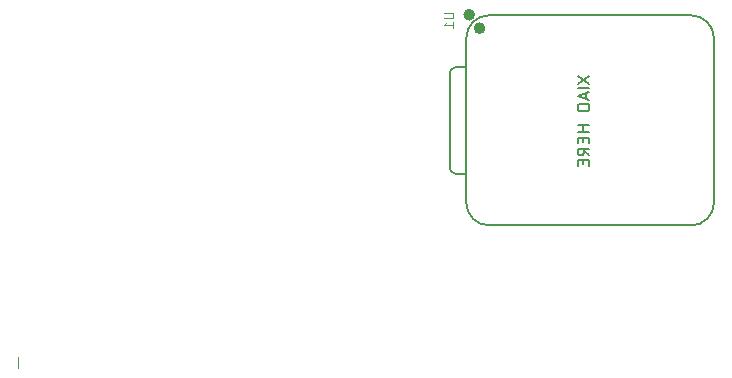
<source format=gbr>
%TF.GenerationSoftware,KiCad,Pcbnew,9.0.2*%
%TF.CreationDate,2025-05-28T17:01:59+05:30*%
%TF.ProjectId,linus_ide_toolbar,6c696e75-735f-4696-9465-5f746f6f6c62,rev?*%
%TF.SameCoordinates,Original*%
%TF.FileFunction,Legend,Bot*%
%TF.FilePolarity,Positive*%
%FSLAX46Y46*%
G04 Gerber Fmt 4.6, Leading zero omitted, Abs format (unit mm)*
G04 Created by KiCad (PCBNEW 9.0.2) date 2025-05-28 17:01:59*
%MOMM*%
%LPD*%
G01*
G04 APERTURE LIST*
%ADD10C,0.100000*%
%ADD11C,0.150000*%
%ADD12C,0.101600*%
%ADD13C,0.127000*%
%ADD14C,0.504000*%
G04 APERTURE END LIST*
D10*
X108500000Y-111000000D02*
X108500000Y-112000000D01*
D11*
X155869819Y-87241541D02*
X156869819Y-87908207D01*
X155869819Y-87908207D02*
X156869819Y-87241541D01*
X156869819Y-88289160D02*
X155869819Y-88289160D01*
X156584104Y-88717731D02*
X156584104Y-89193921D01*
X156869819Y-88622493D02*
X155869819Y-88955826D01*
X155869819Y-88955826D02*
X156869819Y-89289159D01*
X155869819Y-89812969D02*
X155869819Y-90003445D01*
X155869819Y-90003445D02*
X155917438Y-90098683D01*
X155917438Y-90098683D02*
X156012676Y-90193921D01*
X156012676Y-90193921D02*
X156203152Y-90241540D01*
X156203152Y-90241540D02*
X156536485Y-90241540D01*
X156536485Y-90241540D02*
X156726961Y-90193921D01*
X156726961Y-90193921D02*
X156822200Y-90098683D01*
X156822200Y-90098683D02*
X156869819Y-90003445D01*
X156869819Y-90003445D02*
X156869819Y-89812969D01*
X156869819Y-89812969D02*
X156822200Y-89717731D01*
X156822200Y-89717731D02*
X156726961Y-89622493D01*
X156726961Y-89622493D02*
X156536485Y-89574874D01*
X156536485Y-89574874D02*
X156203152Y-89574874D01*
X156203152Y-89574874D02*
X156012676Y-89622493D01*
X156012676Y-89622493D02*
X155917438Y-89717731D01*
X155917438Y-89717731D02*
X155869819Y-89812969D01*
X156869819Y-91432017D02*
X155869819Y-91432017D01*
X156346009Y-91432017D02*
X156346009Y-92003445D01*
X156869819Y-92003445D02*
X155869819Y-92003445D01*
X156346009Y-92479636D02*
X156346009Y-92812969D01*
X156869819Y-92955826D02*
X156869819Y-92479636D01*
X156869819Y-92479636D02*
X155869819Y-92479636D01*
X155869819Y-92479636D02*
X155869819Y-92955826D01*
X156869819Y-93955826D02*
X156393628Y-93622493D01*
X156869819Y-93384398D02*
X155869819Y-93384398D01*
X155869819Y-93384398D02*
X155869819Y-93765350D01*
X155869819Y-93765350D02*
X155917438Y-93860588D01*
X155917438Y-93860588D02*
X155965057Y-93908207D01*
X155965057Y-93908207D02*
X156060295Y-93955826D01*
X156060295Y-93955826D02*
X156203152Y-93955826D01*
X156203152Y-93955826D02*
X156298390Y-93908207D01*
X156298390Y-93908207D02*
X156346009Y-93860588D01*
X156346009Y-93860588D02*
X156393628Y-93765350D01*
X156393628Y-93765350D02*
X156393628Y-93384398D01*
X156346009Y-94384398D02*
X156346009Y-94717731D01*
X156869819Y-94860588D02*
X156869819Y-94384398D01*
X156869819Y-94384398D02*
X155869819Y-94384398D01*
X155869819Y-94384398D02*
X155869819Y-94860588D01*
D12*
X144564811Y-81890476D02*
X145212430Y-81890476D01*
X145212430Y-81890476D02*
X145288620Y-81928571D01*
X145288620Y-81928571D02*
X145326716Y-81966666D01*
X145326716Y-81966666D02*
X145364811Y-82042857D01*
X145364811Y-82042857D02*
X145364811Y-82195238D01*
X145364811Y-82195238D02*
X145326716Y-82271428D01*
X145326716Y-82271428D02*
X145288620Y-82309523D01*
X145288620Y-82309523D02*
X145212430Y-82347619D01*
X145212430Y-82347619D02*
X144564811Y-82347619D01*
X145364811Y-83147618D02*
X145364811Y-82690475D01*
X145364811Y-82919047D02*
X144564811Y-82919047D01*
X144564811Y-82919047D02*
X144679096Y-82842856D01*
X144679096Y-82842856D02*
X144755287Y-82766666D01*
X144755287Y-82766666D02*
X144793382Y-82690475D01*
D13*
%TO.C,U1*%
X145049000Y-95004000D02*
X145049000Y-87008728D01*
X145548728Y-86508728D02*
X146459000Y-86505000D01*
D10*
X146459000Y-84015000D02*
X146459000Y-97985000D01*
D13*
X146459000Y-84015000D02*
X146459000Y-97985000D01*
X146459000Y-95504000D02*
X145549000Y-95504000D01*
X148364000Y-82110000D02*
X165509000Y-82110000D01*
X148364000Y-99890000D02*
X165509000Y-99890000D01*
X167414000Y-97985000D02*
X167414000Y-84015000D01*
X145049000Y-87008728D02*
G75*
G02*
X145548728Y-86508727I500019J-18D01*
G01*
X145549000Y-95504000D02*
G75*
G02*
X145049000Y-95004000I0J500000D01*
G01*
X146459000Y-84015000D02*
G75*
G02*
X148364000Y-82110000I1905001J-1D01*
G01*
X148364000Y-99890000D02*
G75*
G02*
X146459000Y-97985000I0J1905000D01*
G01*
X165509000Y-82110000D02*
G75*
G02*
X167414000Y-84015000I-1J-1905001D01*
G01*
X167414000Y-97985000D02*
G75*
G02*
X165509000Y-99890000I-1905000J0D01*
G01*
D14*
X146952000Y-82050000D02*
G75*
G02*
X146448000Y-82050000I-252000J0D01*
G01*
X146448000Y-82050000D02*
G75*
G02*
X146952000Y-82050000I252000J0D01*
G01*
X147832000Y-83193000D02*
G75*
G02*
X147328000Y-83193000I-252000J0D01*
G01*
X147328000Y-83193000D02*
G75*
G02*
X147832000Y-83193000I252000J0D01*
G01*
%TD*%
M02*

</source>
